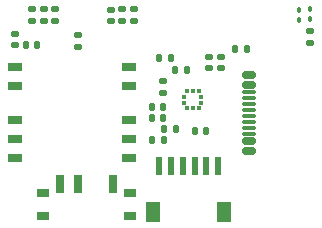
<source format=gbr>
%TF.GenerationSoftware,KiCad,Pcbnew,8.0.5*%
%TF.CreationDate,2024-11-08T04:09:33+01:00*%
%TF.ProjectId,hardware v4 pro max,68617264-7761-4726-9520-76342070726f,rev?*%
%TF.SameCoordinates,Original*%
%TF.FileFunction,Paste,Bot*%
%TF.FilePolarity,Positive*%
%FSLAX46Y46*%
G04 Gerber Fmt 4.6, Leading zero omitted, Abs format (unit mm)*
G04 Created by KiCad (PCBNEW 8.0.5) date 2024-11-08 04:09:33*
%MOMM*%
%LPD*%
G01*
G04 APERTURE LIST*
G04 Aperture macros list*
%AMRoundRect*
0 Rectangle with rounded corners*
0 $1 Rounding radius*
0 $2 $3 $4 $5 $6 $7 $8 $9 X,Y pos of 4 corners*
0 Add a 4 corners polygon primitive as box body*
4,1,4,$2,$3,$4,$5,$6,$7,$8,$9,$2,$3,0*
0 Add four circle primitives for the rounded corners*
1,1,$1+$1,$2,$3*
1,1,$1+$1,$4,$5*
1,1,$1+$1,$6,$7*
1,1,$1+$1,$8,$9*
0 Add four rect primitives between the rounded corners*
20,1,$1+$1,$2,$3,$4,$5,0*
20,1,$1+$1,$4,$5,$6,$7,0*
20,1,$1+$1,$6,$7,$8,$9,0*
20,1,$1+$1,$8,$9,$2,$3,0*%
G04 Aperture macros list end*
%ADD10RoundRect,0.140000X0.170000X-0.140000X0.170000X0.140000X-0.170000X0.140000X-0.170000X-0.140000X0*%
%ADD11RoundRect,0.140000X-0.140000X-0.170000X0.140000X-0.170000X0.140000X0.170000X-0.140000X0.170000X0*%
%ADD12RoundRect,0.140000X0.140000X0.170000X-0.140000X0.170000X-0.140000X-0.170000X0.140000X-0.170000X0*%
%ADD13RoundRect,0.135000X0.185000X-0.135000X0.185000X0.135000X-0.185000X0.135000X-0.185000X-0.135000X0*%
%ADD14R,0.375000X0.350000*%
%ADD15R,0.350000X0.375000*%
%ADD16RoundRect,0.140000X-0.170000X0.140000X-0.170000X-0.140000X0.170000X-0.140000X0.170000X0.140000X0*%
%ADD17RoundRect,0.135000X-0.185000X0.135000X-0.185000X-0.135000X0.185000X-0.135000X0.185000X0.135000X0*%
%ADD18RoundRect,0.135000X-0.135000X-0.185000X0.135000X-0.185000X0.135000X0.185000X-0.135000X0.185000X0*%
%ADD19RoundRect,0.090000X-0.090000X0.139000X-0.090000X-0.139000X0.090000X-0.139000X0.090000X0.139000X0*%
%ADD20RoundRect,0.150000X-0.425000X0.150000X-0.425000X-0.150000X0.425000X-0.150000X0.425000X0.150000X0*%
%ADD21RoundRect,0.075000X-0.500000X0.075000X-0.500000X-0.075000X0.500000X-0.075000X0.500000X0.075000X0*%
%ADD22R,0.700000X1.600000*%
%ADD23R,0.700000X1.500000*%
%ADD24R,1.000000X0.800000*%
%ADD25R,0.600000X1.550000*%
%ADD26R,1.200000X1.800000*%
%ADD27R,1.200000X0.800000*%
G04 APERTURE END LIST*
D10*
%TO.C,C11*%
X126700000Y-94910000D03*
X126700000Y-93950000D03*
%TD*%
D11*
%TO.C,C19*%
X138300000Y-101130000D03*
X139260000Y-101130000D03*
%TD*%
D12*
%TO.C,C12*%
X140310000Y-102050000D03*
X139350000Y-102050000D03*
%TD*%
D13*
%TO.C,R8*%
X136740000Y-92910000D03*
X136740000Y-91890000D03*
%TD*%
D14*
%TO.C,WSEN-PADS1*%
X141038000Y-99793000D03*
X141038000Y-99293000D03*
D15*
X141250000Y-98830000D03*
X141750000Y-98830000D03*
X142250000Y-98830000D03*
D14*
X142463000Y-99293000D03*
X142463000Y-99793000D03*
D15*
X142250000Y-100256000D03*
X141750000Y-100256000D03*
X141250000Y-100256000D03*
%TD*%
D11*
%TO.C,C2*%
X138930000Y-96010000D03*
X139890000Y-96010000D03*
%TD*%
%TO.C,C10*%
X127640000Y-94880000D03*
X128600000Y-94880000D03*
%TD*%
D16*
%TO.C,C24*%
X144100000Y-95920000D03*
X144100000Y-96880000D03*
%TD*%
D13*
%TO.C,R1*%
X151710000Y-94750000D03*
X151710000Y-93730000D03*
%TD*%
D17*
%TO.C,R9*%
X135750000Y-91900000D03*
X135750000Y-92920000D03*
%TD*%
D18*
%TO.C,R2*%
X145340000Y-95250000D03*
X146360000Y-95250000D03*
%TD*%
D17*
%TO.C,R10*%
X129120000Y-91850000D03*
X129120000Y-92870000D03*
%TD*%
D10*
%TO.C,C6*%
X134790000Y-92890000D03*
X134790000Y-91930000D03*
%TD*%
D19*
%TO.C,D2*%
X151680000Y-91887500D03*
X151680000Y-92752500D03*
%TD*%
D13*
%TO.C,R7*%
X128140000Y-92890000D03*
X128140000Y-91870000D03*
%TD*%
D16*
%TO.C,C22*%
X143140000Y-95910000D03*
X143140000Y-96870000D03*
%TD*%
D18*
%TO.C,R20*%
X140210000Y-97000000D03*
X141230000Y-97000000D03*
%TD*%
D20*
%TO.C,J4*%
X146490000Y-97470000D03*
X146490000Y-98270000D03*
D21*
X146490000Y-99420000D03*
X146490000Y-100420000D03*
X146490000Y-100920000D03*
X146490000Y-101920000D03*
D20*
X146490000Y-103070000D03*
X146490000Y-103870000D03*
X146490000Y-103870000D03*
X146490000Y-103070000D03*
D21*
X146490000Y-102420000D03*
X146490000Y-101420000D03*
X146490000Y-99920000D03*
X146490000Y-98920000D03*
D20*
X146490000Y-98270000D03*
X146490000Y-97470000D03*
%TD*%
D13*
%TO.C,R13*%
X132000000Y-95110000D03*
X132000000Y-94090000D03*
%TD*%
D22*
%TO.C,SW1*%
X130495000Y-106667500D03*
D23*
X131995000Y-106667500D03*
X134995000Y-106667500D03*
D24*
X136395000Y-109382500D03*
X136395000Y-107452500D03*
X129095000Y-109382500D03*
X129095000Y-107452500D03*
%TD*%
D19*
%TO.C,D3*%
X150730000Y-91917500D03*
X150730000Y-92782500D03*
%TD*%
D25*
%TO.C,J1*%
X143910000Y-105173000D03*
X142910000Y-105173000D03*
X141910000Y-105173000D03*
X140910000Y-105173000D03*
X139910000Y-105173000D03*
X138910000Y-105173000D03*
D26*
X144410000Y-109048000D03*
X138410000Y-109048000D03*
%TD*%
D12*
%TO.C,C13*%
X142880000Y-102210000D03*
X141920000Y-102210000D03*
%TD*%
D10*
%TO.C,C7*%
X130110000Y-92860000D03*
X130110000Y-91900000D03*
%TD*%
D11*
%TO.C,C20*%
X138310000Y-100180000D03*
X139270000Y-100180000D03*
%TD*%
D13*
%TO.C,R19*%
X139210000Y-98980000D03*
X139210000Y-97960000D03*
%TD*%
D27*
%TO.C,PA1010D1*%
X136380000Y-96780000D03*
X136380000Y-98380000D03*
X136380000Y-101280000D03*
X136380000Y-102880000D03*
X136380000Y-104480000D03*
X126680000Y-104480000D03*
X126680000Y-102880000D03*
X126680000Y-101280000D03*
X126680000Y-98380000D03*
X126680000Y-96780000D03*
%TD*%
D11*
%TO.C,C25*%
X138320000Y-102970000D03*
X139280000Y-102970000D03*
%TD*%
M02*

</source>
